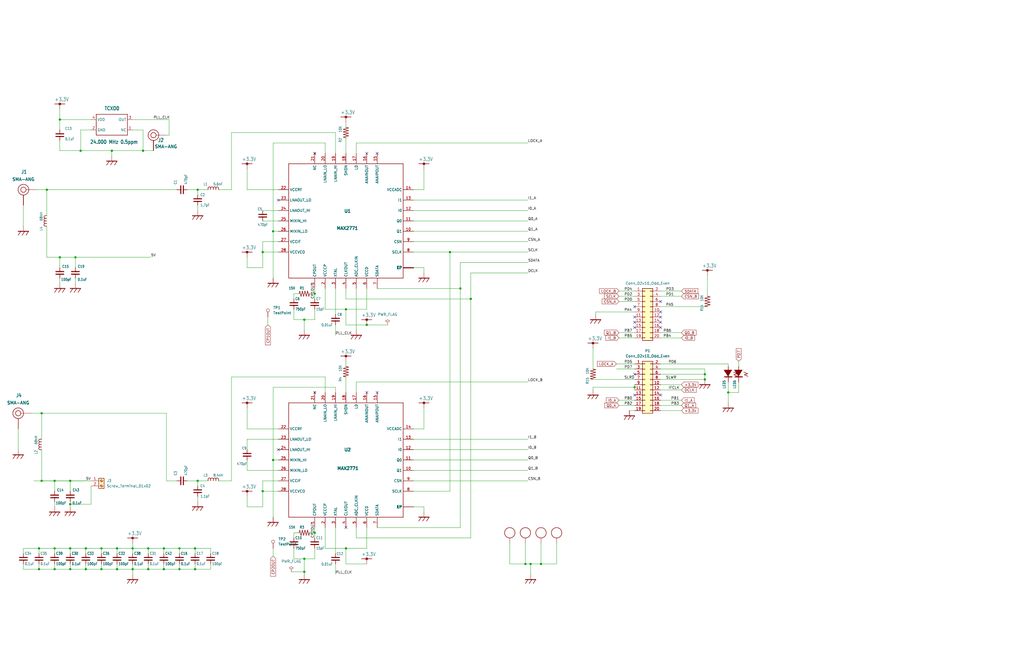
<source format=kicad_sch>
(kicad_sch (version 20231120) (generator "eeschema") (generator_version "8.0")
  (paper "User" 499.999 319.989)
  (junction (at 259.08 275.59))
  (junction (at 128.27 123.19))
  (junction (at 19.05 267.97))
  (junction (at 128.27 240.03))
  (junction (at 96.52 234.95))
  (junction (at 133.35 113.03))
  (junction (at 34.29 267.97))
  (junction (at 26.67 278.13))
  (junction (at 148.59 156.21))
  (junction (at 179.07 158.75))
  (junction (at 309.88 189.23))
  (junction (at 80.01 267.97))
  (junction (at 96.52 92.71))
  (junction (at 80.01 278.13))
  (junction (at 264.16 275.59))
  (junction (at 36.83 125.73))
  (junction (at 256.54 275.59))
  (junction (at 29.21 125.73))
  (junction (at 87.63 267.97))
  (junction (at 168.91 267.97))
  (junction (at 20.32 201.93))
  (junction (at 26.67 234.95))
  (junction (at 34.29 234.95))
  (junction (at 69.85 73.66))
  (junction (at 41.91 278.13))
  (junction (at 224.79 140.97))
  (junction (at 95.25 267.97))
  (junction (at 64.77 267.97))
  (junction (at 41.91 267.97))
  (junction (at 95.25 278.13))
  (junction (at 26.67 267.97))
  (junction (at 72.39 267.97))
  (junction (at 57.15 267.97))
  (junction (at 57.15 278.13))
  (junction (at 133.35 224.79))
  (junction (at 34.29 278.13))
  (junction (at 148.59 279.4))
  (junction (at 355.6 191.77))
  (junction (at 87.63 278.13))
  (junction (at 20.32 234.95))
  (junction (at 219.71 123.19))
  (junction (at 22.86 92.71))
  (junction (at 49.53 267.97))
  (junction (at 229.87 146.05))
  (junction (at 19.05 278.13))
  (junction (at 148.59 273.05))
  (junction (at 34.29 246.38))
  (junction (at 39.37 73.66))
  (junction (at 344.17 185.42))
  (junction (at 64.77 278.13))
  (junction (at 153.67 143.51))
  (junction (at 168.91 151.13))
  (junction (at 344.17 182.88))
  (junction (at 153.67 260.35))
  (junction (at 54.61 73.66))
  (junction (at 49.53 278.13))
  (junction (at 72.39 278.13))
  (junction (at 29.21 58.42))
  (no_connect (at 153.67 74.93))
  (no_connect (at 179.07 74.93))
  (no_connect (at 184.15 191.77))
  (no_connect (at 322.58 160.02))
  (no_connect (at 322.58 152.4))
  (no_connect (at 168.91 257.81))
  (no_connect (at 309.88 193.04))
  (no_connect (at 309.88 160.02))
  (no_connect (at 184.15 74.93))
  (no_connect (at 153.67 191.77))
  (no_connect (at 322.58 157.48))
  (no_connect (at 322.58 193.04))
  (no_connect (at 322.58 147.32))
  (no_connect (at 309.88 182.88))
  (no_connect (at 309.88 154.94))
  (no_connect (at 322.58 154.94))
  (no_connect (at 135.89 97.79))
  (no_connect (at 309.88 157.48))
  (no_connect (at 309.88 149.86))
  (no_connect (at 135.89 219.71))
  (no_connect (at 179.07 191.77))
  (wire (pts (xy 57.15 278.13) (xy 49.53 278.13)) (stroke (width 0.1524)))
  (wire (pts (xy 54.61 73.66) (xy 54.61 76.2)) (stroke (width 0.1524)))
  (wire (pts (xy 135.89 92.71) (xy 120.65 92.71)) (stroke (width 0.1524)))
  (wire (pts (xy 229.87 146.05) (xy 229.87 262.89)) (stroke (width 0.1524)))
  (wire (pts (xy 201.93 247.65) (xy 207.01 247.65)) (stroke (width 0.1524)))
  (wire (pts (xy 207.01 247.65) (xy 207.01 250.19)) (stroke (width 0.1524)))
  (wire (pts (xy 322.58 142.24) (xy 332.74 142.24)))
  (wire (pts (xy 302.26 147.32) (xy 309.88 147.32)))
  (wire (pts (xy 148.59 273.05) (xy 148.59 279.4)) (stroke (width 0.1524)))
  (wire (pts (xy 173.99 186.69) (xy 257.81 186.69)) (stroke (width 0.1524)))
  (wire (pts (xy 179.07 257.81) (xy 179.07 267.97)) (stroke (width 0.1524)))
  (wire (pts (xy 289.56 180.34) (xy 289.56 170.18)) (stroke (width 0.1524)))
  (wire (pts (xy 201.93 123.19) (xy 219.71 123.19)) (stroke (width 0.1524)))
  (wire (pts (xy 19.05 267.97) (xy 26.67 267.97)) (stroke (width 0.1524)))
  (wire (pts (xy 151.13 143.51) (xy 153.67 143.51)) (stroke (width 0.1524)))
  (wire (pts (xy 34.29 234.95) (xy 26.67 234.95)) (stroke (width 0.1524)))
  (wire (pts (xy 39.37 73.66) (xy 54.61 73.66)) (stroke (width 0.1524)))
  (wire (pts (xy 69.85 73.66) (xy 69.85 63.5)) (stroke (width 0.1524)))
  (wire (pts (xy 106.68 92.71) (xy 113.03 92.71)) (stroke (width 0.1524)))
  (wire (pts (xy 26.67 267.97) (xy 34.29 267.97)) (stroke (width 0.1524)))
  (wire (pts (xy 64.77 278.13) (xy 64.77 280.67)) (stroke (width 0.1524)))
  (wire (pts (xy 26.67 234.95) (xy 34.29 234.95)))
  (wire (pts (xy 302.26 144.78) (xy 309.88 144.78)))
  (wire (pts (xy 355.6 186.69) (xy 355.6 191.77)) (stroke (width 0.1524)))
  (wire (pts (xy 120.65 214.63) (xy 135.89 214.63)) (stroke (width 0.1524)))
  (wire (pts (xy 259.08 275.59) (xy 259.08 280.67)) (stroke (width 0.1524)))
  (wire (pts (xy 302.26 165.1) (xy 309.88 165.1)))
  (wire (pts (xy 248.92 275.59) (xy 248.92 265.43)) (stroke (width 0.1524)))
  (wire (pts (xy 120.65 247.65) (xy 128.27 247.65)) (stroke (width 0.1524)))
  (wire (pts (xy 201.93 240.03) (xy 219.71 240.03)) (stroke (width 0.1524)))
  (wire (pts (xy 133.35 113.03) (xy 133.35 69.85)) (stroke (width 0.1524)))
  (wire (pts (xy 128.27 234.95) (xy 128.27 240.03)) (stroke (width 0.1524)))
  (wire (pts (xy 322.58 200.66) (xy 332.74 200.66)))
  (wire (pts (xy 34.29 278.13) (xy 26.67 278.13)) (stroke (width 0.1524)))
  (wire (pts (xy 309.88 189.23) (xy 309.88 190.5)))
  (wire (pts (xy 219.71 240.03) (xy 219.71 123.19)) (stroke (width 0.1524)))
  (wire (pts (xy 34.29 267.97) (xy 34.29 270.51)) (stroke (width 0.1524)))
  (wire (pts (xy 224.79 128.27) (xy 224.79 140.97)) (stroke (width 0.1524)))
  (wire (pts (xy 135.89 234.95) (xy 128.27 234.95)) (stroke (width 0.1524)))
  (wire (pts (xy 34.29 278.13) (xy 41.91 278.13)) (stroke (width 0.1524)))
  (wire (pts (xy 87.63 278.13) (xy 87.63 275.59)) (stroke (width 0.1524)))
  (wire (pts (xy 87.63 267.97) (xy 95.25 267.97)) (stroke (width 0.1524)))
  (wire (pts (xy 158.75 69.85) (xy 158.75 74.93)) (stroke (width 0.1524)))
  (wire (pts (xy 264.16 275.59) (xy 264.16 265.43)) (stroke (width 0.1524)))
  (wire (pts (xy 201.93 224.79) (xy 257.81 224.79)) (stroke (width 0.1524)))
  (wire (pts (xy 26.67 234.95) (xy 26.67 240.03)) (stroke (width 0.1524)))
  (wire (pts (xy 153.67 260.35) (xy 153.67 262.89)) (stroke (width 0.1524)))
  (wire (pts (xy 219.71 123.19) (xy 257.81 123.19)) (stroke (width 0.1524)))
  (wire (pts (xy 19.05 275.59) (xy 19.05 278.13)) (stroke (width 0.1524)))
  (wire (pts (xy 87.63 278.13) (xy 95.25 278.13)) (stroke (width 0.1524)))
  (wire (pts (xy 34.29 246.38) (xy 44.45 246.38)))
  (wire (pts (xy 20.32 219.71) (xy 20.32 234.95)))
  (wire (pts (xy 201.93 92.71) (xy 207.01 92.71)) (stroke (width 0.1524)))
  (wire (pts (xy 72.39 267.97) (xy 80.01 267.97)) (stroke (width 0.1524)))
  (wire (pts (xy 153.67 140.97) (xy 153.67 143.51)) (stroke (width 0.1524)))
  (wire (pts (xy 360.68 186.69) (xy 360.68 191.77)) (stroke (width 0.1524)))
  (wire (pts (xy 179.07 158.75) (xy 189.23 158.75)) (stroke (width 0.1524)))
  (wire (pts (xy 41.91 278.13) (xy 41.91 275.59)) (stroke (width 0.1524)))
  (wire (pts (xy 179.07 140.97) (xy 179.07 151.13)) (stroke (width 0.1524)))
  (wire (pts (xy 96.52 100.33) (xy 96.52 102.87)) (stroke (width 0.1524)))
  (wire (pts (xy 44.45 63.5) (xy 39.37 63.5)) (stroke (width 0.1524)))
  (wire (pts (xy 289.56 189.23) (xy 309.88 189.23)))
  (wire (pts (xy 322.58 198.12) (xy 332.74 198.12)))
  (wire (pts (xy 34.29 234.95) (xy 44.45 234.95)) (stroke (width 0.1524)))
  (wire (pts (xy 229.87 133.35) (xy 257.81 133.35)) (stroke (width 0.1524)))
  (wire (pts (xy 95.25 278.13) (xy 95.25 275.59)) (stroke (width 0.1524)))
  (wire (pts (xy 163.83 189.23) (xy 163.83 191.77)) (stroke (width 0.1524)))
  (wire (pts (xy 19.05 278.13) (xy 11.43 278.13)) (stroke (width 0.1524)))
  (wire (pts (xy 173.99 262.89) (xy 229.87 262.89)) (stroke (width 0.1524)))
  (wire (pts (xy 120.65 125.73) (xy 120.65 130.81)) (stroke (width 0.1524)))
  (wire (pts (xy 300.99 180.34) (xy 309.88 180.34)))
  (wire (pts (xy 72.39 267.97) (xy 72.39 270.51)) (stroke (width 0.1524)))
  (wire (pts (xy 49.53 267.97) (xy 57.15 267.97)) (stroke (width 0.1524)))
  (wire (pts (xy 36.83 125.73) (xy 48.26 125.73)) (stroke (width 0.1524)))
  (wire (pts (xy 201.93 209.55) (xy 207.01 209.55)) (stroke (width 0.1524)))
  (wire (pts (xy 143.51 267.97) (xy 143.51 273.05)) (stroke (width 0.1524)))
  (wire (pts (xy 102.87 267.97) (xy 102.87 270.51)) (stroke (width 0.1524)))
  (wire (pts (xy 113.03 64.77) (xy 163.83 64.77)) (stroke (width 0.1524)))
  (wire (pts (xy 64.77 265.43) (xy 64.77 267.97)) (stroke (width 0.1524)))
  (wire (pts (xy 54.61 73.66) (xy 69.85 73.66)) (stroke (width 0.1524)))
  (wire (pts (xy 173.99 257.81) (xy 173.99 262.89)) (stroke (width 0.1524)))
  (wire (pts (xy 201.93 214.63) (xy 257.81 214.63)) (stroke (width 0.1524)))
  (wire (pts (xy 322.58 187.96) (xy 332.74 187.96)))
  (wire (pts (xy 20.32 234.95) (xy 26.67 234.95)))
  (wire (pts (xy 143.51 143.51) (xy 143.51 146.05)) (stroke (width 0.1524)))
  (wire (pts (xy 135.89 107.95) (xy 128.27 107.95)) (stroke (width 0.1524)))
  (wire (pts (xy 20.32 201.93) (xy 81.28 201.93)) (stroke (width 0.1524)))
  (wire (pts (xy 135.89 102.87) (xy 128.27 102.87)) (stroke (width 0.1524)))
  (wire (pts (xy 355.6 191.77) (xy 360.68 191.77)) (stroke (width 0.1524)))
  (wire (pts (xy 307.34 200.66) (xy 309.88 200.66)))
  (wire (pts (xy 179.07 151.13) (xy 168.91 151.13)) (stroke (width 0.1524)))
  (wire (pts (xy 146.05 260.35) (xy 143.51 260.35)) (stroke (width 0.1524)))
  (wire (pts (xy 41.91 278.13) (xy 49.53 278.13)) (stroke (width 0.1524)))
  (wire (pts (xy 120.65 219.71) (xy 120.65 214.63)) (stroke (width 0.1524)))
  (wire (pts (xy 41.91 267.97) (xy 49.53 267.97)) (stroke (width 0.1524)))
  (wire (pts (xy 95.25 278.13) (xy 102.87 278.13)) (stroke (width 0.1524)))
  (wire (pts (xy 163.83 140.97) (xy 163.83 153.67)) (stroke (width 0.1524)))
  (wire (pts (xy 11.43 275.59) (xy 11.43 278.13)) (stroke (width 0.1524)))
  (wire (pts (xy 173.99 74.93) (xy 173.99 69.85)) (stroke (width 0.1524)))
  (wire (pts (xy 302.26 142.24) (xy 309.88 142.24)))
  (wire (pts (xy 289.56 189.23) (xy 289.56 190.5)))
  (wire (pts (xy 29.21 135.89) (xy 29.21 138.43)) (stroke (width 0.1524)))
  (wire (pts (xy 96.52 242.57) (xy 96.52 245.11)) (stroke (width 0.1524)))
  (wire (pts (xy 153.67 273.05) (xy 153.67 267.97)) (stroke (width 0.1524)))
  (wire (pts (xy 168.91 146.05) (xy 229.87 146.05)) (stroke (width 0.1524)))
  (wire (pts (xy 133.35 224.79) (xy 133.35 252.73)) (stroke (width 0.1524)))
  (wire (pts (xy 102.87 278.13) (xy 102.87 275.59)) (stroke (width 0.1524)))
  (wire (pts (xy 224.79 140.97) (xy 224.79 257.81)) (stroke (width 0.1524)))
  (wire (pts (xy 322.58 190.5) (xy 332.74 190.5)))
  (wire (pts (xy 74.93 58.42) (xy 82.55 58.42)))
  (wire (pts (xy 34.29 245.11) (xy 34.29 246.38)))
  (wire (pts (xy 207.01 92.71) (xy 207.01 82.55)) (stroke (width 0.1524)))
  (wire (pts (xy 148.59 273.05) (xy 153.67 273.05)) (stroke (width 0.1524)))
  (wire (pts (xy 146.05 143.51) (xy 143.51 143.51)) (stroke (width 0.1524)))
  (wire (pts (xy 322.58 165.1) (xy 332.74 165.1)))
  (wire (pts (xy 81.28 201.93) (xy 81.28 234.95)) (stroke (width 0.1524)))
  (wire (pts (xy 64.77 267.97) (xy 64.77 270.51)) (stroke (width 0.1524)))
  (wire (pts (xy 49.53 270.51) (xy 49.53 267.97)) (stroke (width 0.1524)))
  (wire (pts (xy 57.15 275.59) (xy 57.15 278.13)) (stroke (width 0.1524)))
  (wire (pts (xy 80.01 267.97) (xy 80.01 270.51)) (stroke (width 0.1524)))
  (wire (pts (xy 153.67 143.51) (xy 153.67 146.05)) (stroke (width 0.1524)))
  (wire (pts (xy 20.32 234.95) (xy 16.51 234.95)) (stroke (width 0.1524)))
  (wire (pts (xy 322.58 180.34) (xy 344.17 180.34)))
  (wire (pts (xy 300.99 177.8) (xy 309.88 177.8)))
  (wire (pts (xy 34.29 246.38) (xy 34.29 247.65)))
  (wire (pts (xy 113.03 184.15) (xy 158.75 184.15)) (stroke (width 0.1524)))
  (wire (pts (xy 201.93 113.03) (xy 257.81 113.03)) (stroke (width 0.1524)))
  (wire (pts (xy 29.21 125.73) (xy 29.21 130.81)) (stroke (width 0.1524)))
  (wire (pts (xy 57.15 267.97) (xy 64.77 267.97)) (stroke (width 0.1524)))
  (wire (pts (xy 69.85 63.5) (xy 64.77 63.5)) (stroke (width 0.1524)))
  (wire (pts (xy 256.54 275.59) (xy 259.08 275.59)) (stroke (width 0.1524)))
  (wire (pts (xy 271.78 275.59) (xy 271.78 265.43)) (stroke (width 0.1524)))
  (wire (pts (xy 95.25 267.97) (xy 102.87 267.97)) (stroke (width 0.1524)))
  (wire (pts (xy 168.91 151.13) (xy 168.91 158.75)) (stroke (width 0.1524)))
  (wire (pts (xy 290.83 152.4) (xy 290.83 153.67)))
  (wire (pts (xy 133.35 69.85) (xy 158.75 69.85)) (stroke (width 0.1524)))
  (wire (pts (xy 69.85 73.66) (xy 74.93 73.66)) (stroke (width 0.1524)))
  (wire (pts (xy 11.43 270.51) (xy 11.43 267.97)) (stroke (width 0.1524)))
  (wire (pts (xy 135.89 209.55) (xy 120.65 209.55)) (stroke (width 0.1524)))
  (wire (pts (xy 135.89 118.11) (xy 128.27 118.11)) (stroke (width 0.1524)))
  (wire (pts (xy 64.77 278.13) (xy 72.39 278.13)) (stroke (width 0.1524)))
  (wire (pts (xy 151.13 260.35) (xy 153.67 260.35)) (stroke (width 0.1524)))
  (wire (pts (xy 201.93 102.87) (xy 257.81 102.87)) (stroke (width 0.1524)))
  (wire (pts (xy 133.35 135.89) (xy 133.35 113.03)) (stroke (width 0.1524)))
  (wire (pts (xy 302.26 195.58) (xy 309.88 195.58)))
  (wire (pts (xy 168.91 176.53) (xy 168.91 179.07)) (stroke (width 0.1524)))
  (wire (pts (xy 158.75 184.15) (xy 158.75 191.77)) (stroke (width 0.1524)))
  (wire (pts (xy 264.16 275.59) (xy 271.78 275.59)) (stroke (width 0.1524)))
  (wire (pts (xy 224.79 128.27) (xy 257.81 128.27)) (stroke (width 0.1524)))
  (wire (pts (xy 322.58 177.8) (xy 355.6 177.8)))
  (wire (pts (xy 106.68 234.95) (xy 113.03 234.95)) (stroke (width 0.1524)))
  (wire (pts (xy 135.89 229.87) (xy 120.65 229.87)) (stroke (width 0.1524)))
  (wire (pts (xy 34.29 267.97) (xy 41.91 267.97)) (stroke (width 0.1524)))
  (wire (pts (xy 72.39 278.13) (xy 80.01 278.13)) (stroke (width 0.1524)))
  (wire (pts (xy 173.99 140.97) (xy 173.99 161.29)) (stroke (width 0.1524)))
  (wire (pts (xy 163.83 257.81) (xy 163.83 270.51)) (stroke (width 0.1524)))
  (wire (pts (xy 113.03 92.71) (xy 113.03 64.77)) (stroke (width 0.1524)))
  (wire (pts (xy 64.77 275.59) (xy 64.77 278.13)) (stroke (width 0.1524)))
  (wire (pts (xy 72.39 278.13) (xy 72.39 275.59)) (stroke (width 0.1524)))
  (wire (pts (xy 39.37 73.66) (xy 29.21 73.66)) (stroke (width 0.1524)))
  (wire (pts (xy 34.29 234.95) (xy 41.91 234.95)))
  (wire (pts (xy 20.32 201.93) (xy 20.32 214.63)) (stroke (width 0.1524)))
  (wire (pts (xy 143.51 273.05) (xy 148.59 273.05)) (stroke (width 0.1524)))
  (wire (pts (xy 44.45 58.42) (xy 29.21 58.42)) (stroke (width 0.1524)))
  (wire (pts (xy 201.93 97.79) (xy 257.81 97.79)) (stroke (width 0.1524)))
  (wire (pts (xy 168.91 267.97) (xy 168.91 275.59)) (stroke (width 0.1524)))
  (wire (pts (xy 229.87 146.05) (xy 229.87 133.35)) (stroke (width 0.1524)))
  (wire (pts (xy 302.26 198.12) (xy 309.88 198.12)))
  (wire (pts (xy 29.21 73.66) (xy 29.21 68.58)) (stroke (width 0.1524)))
  (wire (pts (xy 22.86 92.71) (xy 22.86 105.41)) (stroke (width 0.1524)))
  (wire (pts (xy 148.59 156.21) (xy 153.67 156.21)) (stroke (width 0.1524)))
  (wire (pts (xy 143.51 151.13) (xy 143.51 156.21)) (stroke (width 0.1524)))
  (wire (pts (xy 96.52 234.95) (xy 101.6 234.95)) (stroke (width 0.1524)))
  (wire (pts (xy 130.81 154.94) (xy 130.81 158.75)))
  (wire (pts (xy 29.21 125.73) (xy 36.83 125.73)) (stroke (width 0.1524)))
  (wire (pts (xy 15.24 201.93) (xy 20.32 201.93)) (stroke (width 0.1524)))
  (wire (pts (xy 322.58 162.56) (xy 332.74 162.56)))
  (wire (pts (xy 158.75 140.97) (xy 158.75 151.13)) (stroke (width 0.1524)))
  (wire (pts (xy 135.89 123.19) (xy 128.27 123.19)) (stroke (width 0.1524)))
  (wire (pts (xy 34.29 234.95) (xy 34.29 240.03)) (stroke (width 0.1524)))
  (wire (pts (xy 158.75 257.81) (xy 158.75 267.97)) (stroke (width 0.1524)))
  (wire (pts (xy 26.67 270.51) (xy 26.67 267.97)) (stroke (width 0.1524)))
  (wire (pts (xy 95.25 267.97) (xy 95.25 270.51)) (stroke (width 0.1524)))
  (wire (pts (xy 355.6 191.77) (xy 355.6 196.85)) (stroke (width 0.1524)))
  (wire (pts (xy 133.35 113.03) (xy 135.89 113.03)) (stroke (width 0.1524)))
  (wire (pts (xy 201.93 229.87) (xy 257.81 229.87)) (stroke (width 0.1524)))
  (wire (pts (xy 163.83 64.77) (xy 163.83 74.93)) (stroke (width 0.1524)))
  (wire (pts (xy 309.88 187.96) (xy 309.88 189.23)))
  (wire (pts (xy 184.15 257.81) (xy 224.79 257.81)) (stroke (width 0.1524)))
  (wire (pts (xy 22.86 125.73) (xy 29.21 125.73)))
  (wire (pts (xy 322.58 149.86) (xy 345.44 149.86)))
  (wire (pts (xy 322.58 185.42) (xy 344.17 185.42)))
  (wire (pts (xy 133.35 224.79) (xy 133.35 189.23)) (stroke (width 0.1524)))
  (wire (pts (xy 168.91 140.97) (xy 168.91 146.05)) (stroke (width 0.1524)))
  (wire (pts (xy 49.53 275.59) (xy 49.53 278.13)) (stroke (width 0.1524)))
  (wire (pts (xy 344.17 180.34) (xy 344.17 182.88)))
  (wire (pts (xy 135.89 224.79) (xy 133.35 224.79)) (stroke (width 0.1524)))
  (wire (pts (xy 168.91 59.69) (xy 168.91 62.23)) (stroke (width 0.1524)))
  (wire (pts (xy 64.77 267.97) (xy 72.39 267.97)) (stroke (width 0.1524)))
  (wire (pts (xy 168.91 275.59) (xy 179.07 275.59)) (stroke (width 0.1524)))
  (wire (pts (xy 259.08 275.59) (xy 264.16 275.59)) (stroke (width 0.1524)))
  (wire (pts (xy 80.01 267.97) (xy 87.63 267.97)) (stroke (width 0.1524)))
  (wire (pts (xy 148.59 156.21) (xy 148.59 161.29)) (stroke (width 0.1524)))
  (wire (pts (xy 248.92 275.59) (xy 256.54 275.59)) (stroke (width 0.1524)))
  (wire (pts (xy 184.15 140.97) (xy 224.79 140.97)) (stroke (width 0.1524)))
  (wire (pts (xy 153.67 156.21) (xy 153.67 151.13)) (stroke (width 0.1524)))
  (wire (pts (xy 26.67 275.59) (xy 26.67 278.13)) (stroke (width 0.1524)))
  (wire (pts (xy 41.91 267.97) (xy 41.91 270.51)) (stroke (width 0.1524)))
  (wire (pts (xy 128.27 118.11) (xy 128.27 123.19)) (stroke (width 0.1524)))
  (wire (pts (xy 290.83 152.4) (xy 309.88 152.4)))
  (wire (pts (xy 11.43 100.33) (xy 11.43 110.49)) (stroke (width 0.1524)))
  (wire (pts (xy 80.01 278.13) (xy 80.01 275.59)) (stroke (width 0.1524)))
  (wire (pts (xy 168.91 67.31) (xy 168.91 74.93)) (stroke (width 0.1524)))
  (wire (pts (xy 142.24 279.4) (xy 148.59 279.4)))
  (wire (pts (xy 168.91 151.13) (xy 158.75 151.13)) (stroke (width 0.1524)))
  (wire (pts (xy 207.01 130.81) (xy 207.01 133.35)) (stroke (width 0.1524)))
  (wire (pts (xy 133.35 189.23) (xy 163.83 189.23)) (stroke (width 0.1524)))
  (wire (pts (xy 64.77 58.42) (xy 74.93 58.42)) (stroke (width 0.1524)))
  (wire (pts (xy 36.83 125.73) (xy 36.83 130.81)) (stroke (width 0.1524)))
  (wire (pts (xy 302.26 162.56) (xy 309.88 162.56)))
  (wire (pts (xy 57.15 270.51) (xy 57.15 267.97)) (stroke (width 0.1524)))
  (wire (pts (xy 344.17 182.88) (xy 344.17 185.42)))
  (wire (pts (xy 120.65 209.55) (xy 120.65 199.39)) (stroke (width 0.1524)))
  (wire (pts (xy 163.83 158.75) (xy 163.83 163.83)) (stroke (width 0.1524)))
  (wire (pts (xy 355.6 177.8) (xy 355.6 179.07)) (stroke (width 0.1524)))
  (wire (pts (xy 173.99 191.77) (xy 173.99 186.69)) (stroke (width 0.1524)))
  (wire (pts (xy 29.21 58.42) (xy 29.21 63.5)) (stroke (width 0.1524)))
  (wire (pts (xy 201.93 118.11) (xy 257.81 118.11)) (stroke (width 0.1524)))
  (wire (pts (xy 34.29 275.59) (xy 34.29 278.13)) (stroke (width 0.1524)))
  (wire (pts (xy 96.52 92.71) (xy 96.52 95.25)) (stroke (width 0.1524)))
  (wire (pts (xy 128.27 240.03) (xy 128.27 247.65)) (stroke (width 0.1524)))
  (wire (pts (xy 29.21 53.34) (xy 29.21 58.42)) (stroke (width 0.1524)))
  (wire (pts (xy 81.28 66.04) (xy 82.55 66.04)))
  (wire (pts (xy 22.86 110.49) (xy 22.86 125.73)))
  (wire (pts (xy 113.03 234.95) (xy 113.03 184.15)) (stroke (width 0.1524)))
  (wire (pts (xy 39.37 63.5) (xy 39.37 73.66)) (stroke (width 0.1524)))
  (wire (pts (xy 322.58 195.58) (xy 332.74 195.58)))
  (wire (pts (xy 173.99 69.85) (xy 257.81 69.85)) (stroke (width 0.1524)))
  (wire (pts (xy 44.45 246.38) (xy 44.45 237.49)))
  (wire (pts (xy 256.54 275.59) (xy 256.54 265.43)) (stroke (width 0.1524)))
  (wire (pts (xy 82.55 66.04) (xy 82.55 58.42)))
  (wire (pts (xy 201.93 219.71) (xy 257.81 219.71)) (stroke (width 0.1524)))
  (wire (pts (xy 96.52 92.71) (xy 101.6 92.71)) (stroke (width 0.1524)))
  (wire (pts (xy 91.44 234.95) (xy 96.52 234.95)) (stroke (width 0.1524)))
  (wire (pts (xy 168.91 267.97) (xy 158.75 267.97)) (stroke (width 0.1524)))
  (wire (pts (xy 345.44 144.78) (xy 345.44 134.62)) (stroke (width 0.1524)))
  (wire (pts (xy 207.01 209.55) (xy 207.01 199.39)) (stroke (width 0.1524)))
  (wire (pts (xy 201.93 130.81) (xy 207.01 130.81)) (stroke (width 0.1524)))
  (wire (pts (xy 120.65 229.87) (xy 120.65 224.79)) (stroke (width 0.1524)))
  (wire (pts (xy 168.91 158.75) (xy 179.07 158.75)) (stroke (width 0.1524)))
  (wire (pts (xy 133.35 267.97) (xy 133.35 271.78)))
  (wire (pts (xy 22.86 92.71) (xy 86.36 92.71)) (stroke (width 0.1524)))
  (wire (pts (xy 11.43 267.97) (xy 19.05 267.97)) (stroke (width 0.1524)))
  (wire (pts (xy 153.67 257.81) (xy 153.67 260.35)) (stroke (width 0.1524)))
  (wire (pts (xy 36.83 135.89) (xy 36.83 138.43)))
  (wire (pts (xy 17.78 92.71) (xy 22.86 92.71)) (stroke (width 0.1524)))
  (wire (pts (xy 48.26 125.73) (xy 73.66 125.73)))
  (wire (pts (xy 26.67 234.95) (xy 20.32 234.95)) (stroke (width 0.1524)))
  (wire (pts (xy 8.89 209.55) (xy 8.89 219.71)) (stroke (width 0.1524)))
  (wire (pts (xy 201.93 234.95) (xy 257.81 234.95)) (stroke (width 0.1524)))
  (wire (pts (xy 143.51 156.21) (xy 148.59 156.21)) (stroke (width 0.1524)))
  (wire (pts (xy 26.67 278.13) (xy 19.05 278.13)) (stroke (width 0.1524)))
  (wire (pts (xy 19.05 270.51) (xy 19.05 267.97)) (stroke (width 0.1524)))
  (wire (pts (xy 120.65 242.57) (xy 120.65 247.65)) (stroke (width 0.1524)))
  (wire (pts (xy 120.65 92.71) (xy 120.65 82.55)) (stroke (width 0.1524)))
  (wire (pts (xy 289.56 185.42) (xy 309.88 185.42)))
  (wire (pts (xy 120.65 130.81) (xy 128.27 130.81)) (stroke (width 0.1524)))
  (wire (pts (xy 80.01 278.13) (xy 87.63 278.13)) (stroke (width 0.1524)))
  (wire (pts (xy 322.58 144.78) (xy 332.74 144.78)))
  (wire (pts (xy 360.68 176.53) (xy 360.68 179.07)) (stroke (width 0.1524)))
  (wire (pts (xy 26.67 245.11) (xy 26.67 247.65)) (stroke (width 0.1524)))
  (wire (pts (xy 91.44 92.71) (xy 96.52 92.71)) (stroke (width 0.1524)))
  (wire (pts (xy 143.51 260.35) (xy 143.51 262.89)) (stroke (width 0.1524)))
  (wire (pts (xy 135.89 240.03) (xy 128.27 240.03)) (stroke (width 0.1524)))
  (wire (pts (xy 64.77 278.13) (xy 57.15 278.13)) (stroke (width 0.1524)))
  (wire (pts (xy 322.58 182.88) (xy 344.17 182.88)))
  (wire (pts (xy 201.93 107.95) (xy 257.81 107.95)) (stroke (width 0.1524)))
  (wire (pts (xy 148.59 279.4) (xy 148.59 280.67)) (stroke (width 0.1524)))
  (wire (pts (xy 163.83 275.59) (xy 163.83 280.67)) (stroke (width 0.1524)))
  (wire (pts (xy 128.27 123.19) (xy 128.27 130.81)) (stroke (width 0.1524)))
  (wire (pts (xy 87.63 267.97) (xy 87.63 270.51)) (stroke (width 0.1524)))
  (wire (pts (xy 81.28 234.95) (xy 86.36 234.95)) (stroke (width 0.1524)))
  (wire (pts (xy 96.52 234.95) (xy 96.52 237.49)) (stroke (width 0.1524)))
  (wire (pts (xy 168.91 184.15) (xy 168.91 191.77)) (stroke (width 0.1524)))
  (wire (pts (xy 179.07 267.97) (xy 168.91 267.97)) (stroke (width 0.1524)))
  (label "PD4" (at 304.8 142.24 0))
  (label "PLL_CLK" (at 163.83 280.67 0))
  (label "PA4" (at 304.8 152.4 0))
  (label "CSN_B" (at 257.81 234.95 0) (effects (font (size 1.2446 1.2446))))
  (label "Q1_A" (at 257.81 113.03 0) (effects (font (size 1.2446 1.2446))))
  (label "PB2" (at 304.8 198.12 0))
  (label "I1_A" (at 257.81 97.79 0) (effects (font (size 1.2446 1.2446))))
  (label "PD2" (at 304.8 144.78 0))
  (label "PD7" (at 304.8 180.34 0))
  (label "PLL_CLK" (at 163.83 163.83 0))
  (label "5V" (at 73.66 125.73 0))
  (label "PB4" (at 323.85 165.1 0))
  (label "PB7" (at 304.8 162.56 0))
  (label "PD3" (at 325.12 142.24 0))
  (label "Q0_A" (at 257.81 107.95 0) (effects (font (size 1.2446 1.2446))))
  (label "IFCLK" (at 326.39 190.5 0))
  (label "CP1OUT" (at 153.67 146.05 90))
  (label "SLRD" (at 304.8 185.42 0))
  (label "SLWR" (at 325.12 185.42 0))
  (label "I1_B" (at 257.81 214.63 0) (effects (font (size 1.2446 1.2446))))
  (label "I0_A" (at 257.81 102.87 0) (effects (font (size 1.2446 1.2446))))
  (label "DCLK" (at 257.81 133.35 0) (effects (font (size 1.2446 1.2446))))
  (label "PLL_CLK" (at 74.93 58.42 0))
  (label "Q1_B" (at 257.81 229.87 0) (effects (font (size 1.2446 1.2446))))
  (label "PB1" (at 327.66 195.58 0))
  (label "CP2OUT" (at 153.67 262.89 90))
  (label "LOCK_B" (at 257.81 186.69 0) (effects (font (size 1.2446 1.2446))))
  (label "SDATA" (at 257.81 128.27 0) (effects (font (size 1.2446 1.2446))))
  (label "SCLK" (at 257.81 123.19 0) (effects (font (size 1.2446 1.2446))))
  (label "Q0_B" (at 257.81 224.79 0) (effects (font (size 1.2446 1.2446))))
  (label "PD0" (at 304.8 147.32 0))
  (label "PA5" (at 325.12 149.86 0))
  (label "PD5" (at 304.8 177.8 0))
  (label "CSN_A" (at 257.81 118.11 0) (effects (font (size 1.2446 1.2446))))
  (label "PD6" (at 326.39 177.8 0))
  (label "PB6" (at 323.85 162.56 0))
  (label "I0_B" (at 257.81 219.71 0) (effects (font (size 1.2446 1.2446))))
  (label "PD1" (at 325.12 144.78 0))
  (label "PB3" (at 327.66 198.12 0))
  (label "LOCK_A" (at 257.81 69.85 0) (effects (font (size 1.2446 1.2446))))
  (label "PB0" (at 304.8 195.58 0))
  (label "5V" (at 41.91 234.95 0))
  (label "PB5" (at 304.8 165.1 0))
  (global_label "PD7" (shape input) (at 360.68 176.53 90) (property "Intersheetrefs" "${INTERSHEET_REFS}" (effects (hide yes))))
  (global_label "SDATA" (shape input) (at 332.74 142.24 0) (property "Intersheetrefs" "${INTERSHEET_REFS}" (effects (hide yes))))
  (global_label "LOCK_B" (shape input) (at 302.26 142.24 180) (property "Intersheetrefs" "${INTERSHEET_REFS}" (effects (hide yes))))
  (global_label "SCLK" (shape input) (at 302.26 144.78 180) (property "Intersheetrefs" "${INTERSHEET_REFS}" (effects (hide yes))))
  (global_label "+3.3V" (shape input) (at 332.74 187.96 0) (property "Intersheetrefs" "${INTERSHEET_REFS}" (effects (hide yes))))
  (global_label "+3.3V" (shape input) (at 332.74 200.66 0) (property "Intersheetrefs" "${INTERSHEET_REFS}" (effects (hide yes))))
  (global_label "CSN_A" (shape input) (at 302.26 147.32 180) (property "Intersheetrefs" "${INTERSHEET_REFS}" (effects (hide yes))))
  (global_label "I1_B" (shape input) (at 302.26 165.1 180) (property "Intersheetrefs" "${INTERSHEET_REFS}" (effects (hide yes))))
  (global_label "CP1OUT" (shape input) (at 130.81 158.75 270) (property "Intersheetrefs" "${INTERSHEET_REFS}" (effects (hide yes))))
  (global_label "Q1_B" (shape input) (at 302.26 162.56 180) (property "Intersheetrefs" "${INTERSHEET_REFS}" (effects (hide yes))))
  (global_label "DCLK" (shape input) (at 332.74 190.5 0) (property "Intersheetrefs" "${INTERSHEET_REFS}" (effects (hide yes))))
  (global_label "I1_A" (shape input) (at 332.74 195.58 0) (property "Intersheetrefs" "${INTERSHEET_REFS}" (effects (hide yes))))
  (global_label "I0_B" (shape input) (at 332.74 165.1 0) (property "Intersheetrefs" "${INTERSHEET_REFS}" (effects (hide yes))))
  (global_label "Q1_A" (shape input) (at 332.74 198.12 0) (property "Intersheetrefs" "${INTERSHEET_REFS}" (effects (hide yes))))
  (global_label "CSN_B" (shape input) (at 332.74 144.78 0) (property "Intersheetrefs" "${INTERSHEET_REFS}" (effects (hide yes))))
  (global_label "LOCK_A" (shape input) (at 300.99 177.8 180) (property "Intersheetrefs" "${INTERSHEET_REFS}" (effects (hide yes))))
  (global_label "Q0_A" (shape input) (at 302.26 198.12 180) (property "Intersheetrefs" "${INTERSHEET_REFS}" (effects (hide yes))))
  (global_label "Q0_B" (shape input) (at 332.74 162.56 0) (property "Intersheetrefs" "${INTERSHEET_REFS}" (effects (hide yes))))
  (global_label "CP2OUT" (shape input) (at 133.35 271.78 270) (property "Intersheetrefs" "${INTERSHEET_REFS}" (effects (hide yes))))
  (global_label "I0_A" (shape input) (at 302.26 195.58 180) (property "Intersheetrefs" "${INTERSHEET_REFS}" (effects (hide yes))))
  (symbol (lib_id "pocket_sdr_v2.3-eagle-import:R1005") (at 345.44 147.32 90) (unit 1)
    (property "Reference" "R14" (at 343.408 152.146 0) (effects (font (size 1.27 1.0795)) (justify left bottom)))
    (property "Value" "10K" (at 343.408 147.32 0) (effects (font (size 1.27 1.0795)) (justify left bottom)))
    (property "Footprint" "pocket_sdr_v2.3:C1005" (effects (hide yes)))
  )
  (symbol (lib_id "pocket_sdr_v2.3-eagle-import:C1005") (at 143.51 265.43 0) (unit 1)
    (property "Reference" "C10" (at 144.145 263.525 0) (effects (font (size 1.27 1.0795)) (justify left bottom)))
    (property "Value" "750pF" (at 144.145 268.605 0) (effects (font (size 1.27 1.0795)) (justify left bottom)))
    (property "Footprint" "pocket_sdr_v2.3:C1005" (effects (hide yes)))
  )
  (symbol (lib_id "pocket_sdr_v2.3-eagle-import:GND") (at 207.01 250.19 0) (unit 1)
    (property "Reference" "#U$041" (effects (hide yes)))
    (property "Value" "GND" (effects (hide yes)))
  )
  (symbol (lib_id "pocket_sdr_v2.3-eagle-import:CPAD_2.2MM") (at 248.92 260.35 90) (unit 1)
    (property "Reference" "#PAD01" (effects (hide yes)))
    (property "Value" "CPAD_2.2MM" (effects (hide yes)))
    (property "Footprint" "pocket_sdr_v2.3:CPAD_2.2MM" (effects (hide yes)))
  )
  (symbol (lib_id "pocket_sdr_v2.3-eagle-import:C1005") (at 88.9 92.71 90) (unit 1)
    (property "Reference" "C1" (at 86.36 90.17 0) (effects (font (size 1.27 1.0795)) (justify left bottom)))
    (property "Value" "470pF" (at 91.44 90.17 0) (effects (font (size 1.27 1.0795)) (justify left bottom)))
    (property "Footprint" "pocket_sdr_v2.3:C1005" (effects (hide yes)))
  )
  (symbol (lib_id "pocket_sdr_v2.3-eagle-import:C1005") (at 153.67 265.43 0) (unit 1)
    (property "Reference" "C11" (at 154.305 263.525 0) (effects (font (size 1.27 1.0795)) (justify left bottom)))
    (property "Value" "15pF" (at 154.305 268.605 0) (effects (font (size 1.27 1.0795)) (justify left bottom)))
    (property "Footprint" "pocket_sdr_v2.3:C1005" (effects (hide yes)))
  )
  (symbol (lib_id "pocket_sdr_v2.3-eagle-import:R1005") (at 289.56 182.88 90) (unit 1)
    (property "Reference" "R15" (at 287.528 187.706 0) (effects (font (size 1.27 1.0795)) (justify left bottom)))
    (property "Value" "10K" (at 287.528 182.88 0) (effects (font (size 1.27 1.0795)) (justify left bottom)))
    (property "Footprint" "pocket_sdr_v2.3:C1005" (effects (hide yes)))
  )
  (symbol (lib_id "pocket_sdr_v2.3-eagle-import:+3.3V") (at 207.01 80.01 0) (unit 1)
    (property "Reference" "#U$013" (effects (hide yes)))
    (property "Value" "+3.3V" (at 204.47 78.74 0) (effects (font (size 1.778 1.5113)) (justify left bottom)))
  )
  (symbol (lib_id "Connector:TestPoint") (at 133.35 267.97 0) (unit 1)
    (property "Reference" "TP2" (at 135.89 263.3979 0) (effects (justify left)))
    (property "Value" "TestPoint" (at 135.89 265.9379 0) (effects (justify left)))
    (property "Footprint" "TestPoint:TestPoint_Pad_2.0x2.0mm" (effects (hide yes)))
    (property "Description" "test point" (effects (hide yes)))
  )
  (symbol (lib_id "pocket_sdr_v2.3-eagle-import:CPAD_2.2MM") (at 256.54 260.35 90) (unit 1)
    (property "Reference" "#PAD02" (effects (hide yes)))
    (property "Value" "CPAD_2.2MM" (effects (hide yes)))
    (property "Footprint" "pocket_sdr_v2.3:CPAD_2.2MM" (effects (hide yes)))
  )
  (symbol (lib_id "pocket_sdr_v2.3-eagle-import:GND") (at 148.59 161.29 0) (unit 1)
    (property "Reference" "#U$011" (effects (hide yes)))
    (property "Value" "GND" (effects (hide yes)))
  )
  (symbol (lib_id "pocket_sdr_v2.3-eagle-import:C1005") (at 163.83 273.05 180) (unit 1)
    (property "Reference" "C12" (at 167.64 269.875 0) (effects (font (size 1.27 1.0795)) (justify left bottom)))
    (property "Value" "0.01uF" (at 162.56 274.955 0) (effects (font (size 1.27 1.0795)) (justify left bottom)))
    (property "Footprint" "pocket_sdr_v2.3:C1005" (effects (hide yes)))
  )
  (symbol (lib_id "pocket_sdr_v2.3-eagle-import:C1005") (at 143.51 148.59 0) (unit 1)
    (property "Reference" "C6" (at 144.145 146.685 0) (effects (font (size 1.27 1.0795)) (justify left bottom)))
    (property "Value" "750pF" (at 144.145 151.765 0) (effects (font (size 1.27 1.0795)) (justify left bottom)))
    (property "Footprint" "pocket_sdr_v2.3:C1005" (effects (hide yes)))
  )
  (symbol (lib_id "pocket_sdr_v2.3-eagle-import:C1005") (at 26.67 242.57 180) (unit 1)
    (property "Reference" "C14" (at 31.115 238.76 0) (effects (font (size 1.27 1.0795)) (justify left bottom)))
    (property "Value" "100pF" (at 32.385 245.11 0) (effects (font (size 1.27 1.0795)) (justify left bottom)))
    (property "Footprint" "pocket_sdr_v2.3:C1005" (effects (hide yes)))
  )
  (symbol (lib_id "pocket_sdr_v2.3-eagle-import:L1608") (at 22.86 107.95 90) (unit 1)
    (property "Reference" "L4" (at 20.828 112.776 0) (effects (font (size 1.27 1.0795)) (justify left bottom)))
    (property "Value" "68nH" (at 20.828 107.95 0) (effects (font (size 1.27 1.0795)) (justify left bottom)))
    (property "Footprint" "pocket_sdr_v2.3:C1608" (effects (hide yes)))
  )
  (symbol (lib_id "pocket_sdr_v2.3-eagle-import:GND") (at 133.35 252.73 0) (unit 1)
    (property "Reference" "#U$036" (effects (hide yes)))
    (property "Value" "GND" (effects (hide yes)))
  )
  (symbol (lib_id "pocket_sdr_v2.3-eagle-import:SMA-ANG") (at 8.89 201.93 0) (unit 1)
    (property "Reference" "J4" (at 7.62 194.31 0) (effects (font (size 1.778 1.5113) (bold yes)) (justify left bottom)))
    (property "Value" "SMA-ANG" (at 8.89 196.85 0) (effects (font (size 1.5113 1.5113) (bold yes))))
    (property "Footprint" "pocket_sdr_v2.3:SMA-ANG" (effects (hide yes)))
  )
  (symbol (lib_id "pocket_sdr_v2.3-eagle-import:C1005") (at 41.91 273.05 0) (unit 1)
    (property "Reference" "C33" (at 42.545 271.145 0) (effects (font (size 1.27 1.0795)) (justify left bottom)))
    (property "Value" "100pF" (at 42.545 276.225 0) (effects (font (size 1.27 1.0795)) (justify left bottom)))
    (property "Footprint" "pocket_sdr_v2.3:C1005" (effects (hide yes)))
  )
  (symbol (lib_id "pocket_sdr_v2.3-eagle-import:GND") (at 54.61 76.2 0) (unit 1)
    (property "Reference" "#U$07" (effects (hide yes)))
    (property "Value" "GND" (effects (hide yes)))
  )
  (symbol (lib_id "pocket_sdr_v2.3-eagle-import:C1005") (at 29.21 133.35 180) (unit 1)
    (property "Reference" "C15" (at 33.655 129.54 0) (effects (font (size 1.27 1.0795)) (justify left bottom)))
    (property "Value" "100pF" (at 34.925 135.89 0) (effects (font (size 1.27 1.0795)) (justify left bottom)))
    (property "Footprint" "pocket_sdr_v2.3:C1005" (effects (hide yes)))
  )
  (symbol (lib_id "pocket_sdr_v2.3-eagle-import:C1005") (at 57.15 273.05 0) (unit 1)
    (property "Reference" "C32" (at 57.785 271.145 0) (effects (font (size 1.27 1.0795)) (justify left bottom)))
    (property "Value" "100pF" (at 57.785 276.225 0) (effects (font (size 1.27 1.0795)) (justify left bottom)))
    (property "Footprint" "pocket_sdr_v2.3:C1005" (effects (hide yes)))
  )
  (symbol (lib_id "pocket_sdr_v2.3-eagle-import:C1005") (at 95.25 273.05 0) (unit 1)
    (property "Reference" "C17" (at 95.885 271.145 0) (effects (font (size 1.27 1.0795)) (justify left bottom)))
    (property "Value" "0.1uF" (at 95.885 276.225 0) (effects (font (size 1.27 1.0795)) (justify left bottom)))
    (property "Footprint" "pocket_sdr_v2.3:C1005" (effects (hide yes)))
  )
  (symbol (lib_id "pocket_sdr_v2.3-eagle-import:LED1608") (at 360.68 181.61 270) (unit 1)
    (property "Reference" "LED6" (at 359.41 189.865 0) (effects (font (size 1.27 1.0795)) (justify right top)))
    (property "Value" "LED1608" (effects (hide yes)))
    (property "Footprint" "pocket_sdr_v2.3:LED_1608" (effects (hide yes)))
  )
  (symbol (lib_id "pocket_sdr_v2.3-eagle-import:C1005") (at 49.53 273.05 0) (unit 1)
    (property "Reference" "C36" (at 50.165 271.145 0) (effects (font (size 1.27 1.0795)) (justify left bottom)))
    (property "Value" "100pF" (at 50.165 276.225 0) (effects (font (size 1.27 1.0795)) (justify left bottom)))
    (property "Footprint" "pocket_sdr_v2.3:C1005" (effects (hide yes)))
  )
  (symbol (lib_id "pocket_sdr_v2.3-eagle-import:+3.3V") (at 168.91 173.99 0) (unit 1)
    (property "Reference" "#U$051" (effects (hide yes)))
    (property "Value" "+3.3V" (at 166.37 172.72 0) (effects (font (size 1.778 1.5113)) (justify left bottom)))
  )
  (symbol (lib_id "pocket_sdr_v2.3-eagle-import:ttaka_power_GND") (at 344.17 185.42 0) (unit 1)
    (property "Reference" "#U$034" (effects (hide yes)))
    (property "Value" "GND" (effects (hide yes)))
  )
  (symbol (lib_id "pocket_sdr_v2.3-eagle-import:C1005") (at 29.21 66.04 0) (unit 1)
    (property "Reference" "C13" (at 31.75 63.5 0) (effects (font (size 1.27 1.0795)) (justify left bottom)))
    (property "Value" "0.1uF" (at 31.75 68.58 0) (effects (font (size 1.27 1.0795)) (justify left bottom)))
    (property "Footprint" "pocket_sdr_v2.3:C1005" (effects (hide yes)))
  )
  (symbol (lib_id "pocket_sdr_v2.3-eagle-import:+3.3V") (at 120.65 240.03 0) (unit 1)
    (property "Reference" "#U$046" (effects (hide yes)))
    (property "Value" "+3.3V" (at 118.11 238.76 0) (effects (font (size 1.778 1.5113)) (justify left bottom)))
  )
  (symbol (lib_id "pocket_sdr_v2.3-eagle-import:C1005") (at 64.77 273.05 0) (unit 1)
    (property "Reference" "C38" (at 65.405 271.145 0) (effects (font (size 1.27 1.0795)) (justify left bottom)))
    (property "Value" "0.1uF" (at 65.405 276.225 0) (effects (font (size 1.27 1.0795)) (justify left bottom)))
    (property "Footprint" "pocket_sdr_v2.3:C1005" (effects (hide yes)))
  )
  (symbol (lib_id "pocket_sdr_v2.3-eagle-import:R1005") (at 168.91 181.61 90) (unit 1)
    (property "Reference" "R4" (at 166.878 186.436 0) (effects (font (size 1.27 1.0795)) (justify left bottom)))
    (property "Value" "10K" (at 166.878 181.61 0) (effects (font (size 1.27 1.0795)) (justify left bottom)))
    (property "Footprint" "pocket_sdr_v2.3:C1005" (effects (hide yes)))
  )
  (symbol (lib_id "pocket_sdr_v2.3-eagle-import:C1005") (at 96.52 97.79 180) (unit 1)
    (property "Reference" "C2" (at 97.79 95.885 0) (effects (font (size 1.27 1.0795)) (justify right top)))
    (property "Value" "1.7pF" (at 97.79 100.965 0) (effects (font (size 1.27 1.0795)) (justify right top)))
    (property "Footprint" "pocket_sdr_v2.3:C1005" (effects (hide yes)))
  )
  (symbol (lib_id "Connector:Screw_Terminal_01x02") (at 49.53 234.95 0) (unit 1)
    (property "Reference" "J3" (at 52.07 234.9499 0) (effects (justify left)))
    (property "Value" "Screw_Terminal_01x02" (at 52.07 237.4899 0) (effects (justify left)))
    (property "Footprint" "Connector_PinHeader_2.54mm:PinHeader_1x02_P2.54mm_Vertical" (effects (hide yes)))
    (property "Description" "Generic screw terminal, single row, 01x02, script generated (kicad-library-utils/schlib/autogen/connector/)" (effects (hide yes)))
  )
  (symbol (lib_id "pocket_sdr_v2.3-eagle-import:CPAD_2.2MM") (at 271.78 260.35 90) (unit 1)
    (property "Reference" "#PAD04" (effects (hide yes)))
    (property "Value" "CPAD_2.2MM" (effects (hide yes)))
    (property "Footprint" "pocket_sdr_v2.3:CPAD_2.2MM" (effects (hide yes)))
  )
  (symbol (lib_id "pocket_sdr_v2.3-eagle-import:TCXO") (at 54.61 60.96 0) (unit 1)
    (property "Reference" "TCXO0" (at 50.8 54.102 0) (effects (font (size 1.778 1.5113) (bold yes)) (justify left bottom)))
    (property "Value" "24.000 MHz 0.5ppm" (at 43.815 70.485 0) (effects (font (size 1.778 1.5113) (bold yes)) (justify left bottom)))
    (property "Footprint" "pocket_sdr_v2.3:TCXO" (effects (hide yes)))
  )
  (symbol (lib_id "pocket_sdr_v2.3-eagle-import:MAX2771") (at 168.91 224.79 0) (unit 1)
    (property "Reference" "U2" (at 167.894 220.726 0) (effects (font (size 1.5113 1.5113) (bold yes)) (justify left bottom)))
    (property "Value" "MAX2771" (at 164.465 229.87 0) (effects (font (size 1.5113 1.5113) (bold yes)) (justify left bottom)))
    (property "Footprint" "pocket_sdr_v2.3:TQFN28" (effects (hide yes)))
  )
  (symbol (lib_id "pocket_sdr_v2.3-eagle-import:CPAD_2.2MM") (at 264.16 260.35 90) (unit 1)
    (property "Reference" "#PAD03" (effects (hide yes)))
    (property "Value" "CPAD_2.2MM" (effects (hide yes)))
    (property "Footprint" "pocket_sdr_v2.3:CPAD_2.2MM" (effects (hide yes)))
  )
  (symbol (lib_id "pocket_sdr_v2.3-eagle-import:ttaka_power_GND") (at 290.83 153.67 0) (unit 1)
    (property "Reference" "#U$028" (effects (hide yes)))
    (property "Value" "GND" (effects (hide yes)))
  )
  (symbol (lib_id "pocket_sdr_v2.3-eagle-import:+3.3V") (at 120.65 80.01 0) (unit 1)
    (property "Reference" "#U$022" (effects (hide yes)))
    (property "Value" "+3.3V" (at 118.11 78.74 0) (effects (font (size 1.778 1.5113)) (justify left bottom)))
  )
  (symbol (lib_id "Connector:TestPoint") (at 130.81 154.94 0) (unit 1)
    (property "Reference" "TP1" (at 133.35 150.3679 0) (effects (justify left)))
    (property "Value" "TestPoint" (at 133.35 152.9079 0) (effects (justify left)))
    (property "Footprint" "TestPoint:TestPoint_Pad_2.0x2.0mm" (effects (hide yes)))
    (property "Description" "test point" (effects (hide yes)))
  )
  (symbol (lib_id "pocket_sdr_v2.3-eagle-import:+3.3V") (at 207.01 196.85 0) (unit 1)
    (property "Reference" "#U$037" (effects (hide yes)))
    (property "Value" "+3.3V" (at 204.47 195.58 0) (effects (font (size 1.778 1.5113)) (justify left bottom)))
  )
  (symbol (lib_id "pocket_sdr_v2.3-eagle-import:C1005") (at 96.52 240.03 0) (unit 1)
    (property "Reference" "C4" (at 97.79 238.125 0) (effects (font (size 1.27 1.0795)) (justify left bottom)))
    (property "Value" "1.1pF" (at 97.79 243.205 0) (effects (font (size 1.27 1.0795)) (justify left bottom)))
    (property "Footprint" "pocket_sdr_v2.3:C1005" (effects (hide yes)))
  )
  (symbol (lib_id "pocket_sdr_v2.3-eagle-import:ttaka_power_+3.3V") (at 345.44 132.08 0) (unit 1)
    (property "Reference" "#U$029" (effects (hide yes)))
    (property "Value" "+3.3V" (at 342.9 130.81 0) (effects (font (size 1.778 1.5113)) (justify left bottom)))
  )
  (symbol (lib_id "pocket_sdr_v2.3-eagle-import:GND") (at 96.52 102.87 0) (unit 1)
    (property "Reference" "#U$015" (effects (hide yes)))
    (property "Value" "GND" (effects (hide yes)))
  )
  (symbol (lib_id "pocket_sdr_v2.3-eagle-import:LED1608") (at 355.6 181.61 270) (unit 1)
    (property "Reference" "LED5" (at 354.33 189.865 0) (effects (font (size 1.27 1.0795)) (justify right top)))
    (property "Value" "LED1608" (effects (hide yes)))
    (property "Footprint" "pocket_sdr_v2.3:LED_1608" (effects (hide yes)))
  )
  (symbol (lib_id "pocket_sdr_v2.3-eagle-import:C1005") (at 80.01 273.05 0) (unit 1)
    (property "Reference" "C42" (at 80.645 271.145 0) (effects (font (size 1.27 1.0795)) (justify left bottom)))
    (property "Value" "100pF" (at 80.645 276.225 0) (effects (font (size 1.27 1.0795)) (justify left bottom)))
    (property "Footprint" "pocket_sdr_v2.3:C1005" (effects (hide yes)))
  )
  (symbol (lib_id "pocket_sdr_v2.3-eagle-import:R1005") (at 168.91 64.77 90) (unit 1)
    (property "Reference" "R2" (at 166.878 69.596 0) (effects (font (size 1.27 1.0795)) (justify left bottom)))
    (property "Value" "10K" (at 166.878 64.77 0) (effects (font (size 1.27 1.0795)) (justify left bottom)))
    (property "Footprint" "pocket_sdr_v2.3:C1005" (effects (hide yes)))
  )
  (symbol (lib_id "pocket_sdr_v2.3-eagle-import:GND") (at 29.21 138.43 0) (unit 1)
    (property "Reference" "#U$04" (effects (hide yes)))
    (property "Value" "GND" (effects (hide yes)))
  )
  (symbol (lib_id "pocket_sdr_v2.3-eagle-import:R1005") (at 148.59 143.51 0) (unit 1)
    (property "Reference" "R1" (at 146.304 141.478 0) (effects (font (size 1.27 1.0795)) (justify left bottom)))
    (property "Value" "15K" (at 140.97 141.478 0) (effects (font (size 1.27 1.0795)) (justify left bottom)))
    (property "Footprint" "pocket_sdr_v2.3:C1005" (effects (hide yes)))
  )
  (symbol (lib_id "pocket_sdr_v2.3-eagle-import:C1005") (at 34.29 242.57 180) (unit 1)
    (property "Reference" "C43" (at 38.735 238.76 0) (effects (font (size 1.27 1.0795)) (justify left bottom)))
    (property "Value" "0.1uF" (at 40.005 245.11 0) (effects (font (size 1.27 1.0795)) (justify left bottom)))
    (property "Footprint" "pocket_sdr_v2.3:C1005" (effects (hide yes)))
  )
  (symbol (lib_id "pocket_sdr_v2.3-eagle-import:+3.3V") (at 179.07 273.05 0) (unit 1)
    (property "Reference" "#U$047" (effects (hide yes)))
    (property "Value" "+3.3V" (at 176.53 271.78 0) (effects (font (size 1.778 1.5113)) (justify left bottom)))
  )
  (symbol (lib_id "pocket_sdr_v2.3-eagle-import:C1005") (at 11.43 273.05 0) (unit 1)
    (property "Reference" "C34" (at 12.065 271.145 0) (effects (font (size 1.27 1.0795)) (justify left bottom)))
    (property "Value" "0.1uF" (at 12.065 276.225 0) (effects (font (size 1.27 1.0795)) (justify left bottom)))
    (property "Footprint" "pocket_sdr_v2.3:C1005" (effects (hide yes)))
  )
  (symbol (lib_id "pocket_sdr_v2.3-eagle-import:C1005") (at 87.63 273.05 0) (unit 1)
    (property "Reference" "C16" (at 88.265 271.145 0) (effects (font (size 1.27 1.0795)) (justify left bottom)))
    (property "Value" "0.1uF" (at 88.265 276.225 0) (effects (font (size 1.27 1.0795)) (justify left bottom)))
    (property "Footprint" "pocket_sdr_v2.3:C1005" (effects (hide yes)))
  )
  (symbol (lib_id "pocket_sdr_v2.3-eagle-import:L1608") (at 20.32 217.17 90) (unit 1)
    (property "Reference" "L2" (at 18.288 221.996 0) (effects (font (size 1.27 1.0795)) (justify left bottom)))
    (property "Value" "68nH" (at 18.288 217.17 0) (effects (font (size 1.27 1.0795)) (justify left bottom)))
    (property "Footprint" "pocket_sdr_v2.3:C1608" (effects (hide yes)))
  )
  (symbol (lib_id "pocket_sdr_v2.3-eagle-import:GND") (at 36.83 138.43 0) (unit 1)
    (property "Reference" "#U$05" (effects (hide yes)))
    (property "Value" "GND" (effects (hide yes)))
  )
  (symbol (lib_id "pocket_sdr_v2.3-eagle-import:SMA-ANG") (at 11.43 92.71 0) (unit 1)
    (property "Reference" "J1" (at 10.16 85.09 0) (effects (font (size 1.778 1.5113) (bold yes)) (justify left bottom)))
    (property "Value" "SMA-ANG" (at 11.43 87.63 0) (effects (font (size 1.5113 1.5113) (bold yes))))
    (property "Footprint" "pocket_sdr_v2.3:SMA-ANG" (effects (hide yes)))
  )
  (symbol (lib_id "pocket_sdr_v2.3-eagle-import:L1608") (at 104.14 92.71 0) (unit 1)
    (property "Reference" "L1" (at 99.314 90.678 0) (effects (font (size 1.27 1.0795)) (justify left bottom)))
    (property "Value" "5.6nF" (at 104.14 90.678 0) (effects (font (size 1.27 1.0795)) (justify left bottom)))
    (property "Footprint" "pocket_sdr_v2.3:C1608" (effects (hide yes)))
  )
  (symbol (lib_id "pocket_sdr_v2.3-eagle-import:+3.3V") (at 120.65 196.85 0) (unit 1)
    (property "Reference" "#U$043" (effects (hide yes)))
    (property "Value" "+3.3V" (at 118.11 195.58 0) (effects (font (size 1.778 1.5113)) (justify left bottom)))
  )
  (symbol (lib_id "pocket_sdr_v2.3-eagle-import:GND") (at 11.43 110.49 0) (unit 1)
    (property "Reference" "#U$03" (effects (hide yes)))
    (property "Value" "GND" (effects (hide yes)))
  )
  (symbol (lib_id "pocket_sdr_v2.3-eagle-import:GND") (at 8.89 219.71 0) (unit 1)
    (property "Reference" "#U$056" (effects (hide yes)))
    (property "Value" "GND" (effects (hide yes)))
  )
  (symbol (lib_id "pocket_sdr_v2.3-eagle-import:C1005") (at 72.39 273.05 0) (unit 1)
    (property "Reference" "C31" (at 73.025 271.145 0) (effects (font (size 1.27 1.0795)) (justify left bottom)))
    (property "Value" "0.1uF" (at 73.025 276.225 0) (effects (font (size 1.27 1.0795)) (justify left bottom)))
    (property "Footprint" "pocket_sdr_v2.3:C1005" (effects (hide yes)))
  )
  (symbol (lib_id "pocket_sdr_v2.3-eagle-import:ttaka_power_GND") (at 259.08 280.67 0) (unit 1)
    (property "Reference" "#U$035" (effects (hide yes)))
    (property "Value" "GND" (effects (hide yes)))
  )
  (symbol (lib_id "pocket_sdr_v2.3-eagle-import:+3.3V") (at 168.91 57.15 0) (unit 1)
    (property "Reference" "#U$012" (effects (hide yes)))
    (property "Value" "+3.3V" (at 166.37 55.88 0) (effects (font (size 1.778 1.5113)) (justify left bottom)))
  )
  (symbol (lib_id "pocket_sdr_v2.3-eagle-import:C1005") (at 128.27 105.41 0) (unit 1)
    (property "Reference" "C5" (at 125.73 102.87 0) (effects (font (size 1.27 1.0795)) (justify left bottom)))
    (property "Value" "470pF" (at 125.73 110.49 0) (effects (font (size 1.27 1.0795)) (justify left bottom)))
    (property "Footprint" "pocket_sdr_v2.3:C1005" (effects (hide yes)))
  )
  (symbol (lib_id "pocket_sdr_v2.3-eagle-import:ttaka_power_GND") (at 307.34 200.66 0) (unit 1)
    (property "Reference" "#U$053" (effects (hide yes)))
    (property "Value" "GND" (effects (hide yes)))
  )
  (symbol (lib_id "pocket_sdr_v2.3-eagle-import:GND") (at 64.77 280.67 0) (unit 1)
    (property "Reference" "#U$031" (effects (hide yes)))
    (property "Value" "GND" (effects (hide yes)))
  )
  (symbol (lib_id "pocket_sdr_v2.3-eagle-import:C1005") (at 26.67 273.05 0) (unit 1)
    (property "Reference" "C39" (at 27.305 271.145 0) (effects (font (size 1.27 1.0795)) (justify left bottom)))
    (property "Value" "100pF" (at 27.305 276.225 0) (effects (font (size 1.27 1.0795)) (justify left bottom)))
    (property "Footprint" "pocket_sdr_v2.3:C1005" (effects (hide yes)))
  )
  (symbol (lib_id "pocket_sdr_v2.3-eagle-import:GND") (at 148.59 280.67 0) (unit 1)
    (property "Reference" "#U$050" (effects (hide yes)))
    (property "Value" "GND" (effects (hide yes)))
  )
  (symbol (lib_id "pocket_sdr_v2.3-eagle-import:+3.3V") (at 64.77 262.89 0) (unit 1)
    (property "Reference" "#U$032" (effects (hide yes)))
    (property "Value" "+3.3V" (at 62.23 261.62 0) (effects (font (size 1.778 1.5113)) (justify left bottom)))
  )
  (symbol (lib_id "pocket_sdr_v2.3-eagle-import:R1005") (at 148.59 260.35 0) (unit 1)
    (property "Reference" "R3" (at 146.304 258.318 0) (effects (font (size 1.27 1.0795)) (justify left bottom)))
    (property "Value" "15K" (at 140.97 258.318 0) (effects (font (size 1.27 1.0795)) (justify left bottom)))
    (property "Footprint" "pocket_sdr_v2.3:C1005" (effects (hide yes)))
  )
  (symbol (lib_id "pocket_sdr_v2.3-eagle-import:L1608") (at 104.14 234.95 0) (unit 1)
    (property "Reference" "L3" (at 99.314 232.918 0) (effects (font (size 1.27 1.0795)) (justify left bottom)))
    (property "Value" "8.4nH" (at 104.14 232.918 0) (effects (font (size 1.27 1.0795)) (justify left bottom)))
    (property "Footprint" "pocket_sdr_v2.3:C1608" (effects (hide yes)))
  )
  (symbol (lib_id "pocket_sdr_v2.3-eagle-import:+3.3V") (at 120.65 123.19 0) (unit 1)
    (property "Reference" "#U$023" (effects (hide yes)))
    (property "Value" "+3.3V" (at 118.11 121.92 0) (effects (font (size 1.778 1.5113)) (justify left bottom)))
  )
  (symbol (lib_id "pocket_sdr_v2.3-eagle-import:SMA-ANG") (at 74.93 66.04 0) (unit 1)
    (property "Reference" "J2" (at 76.962 69.596 0) (effects (font (size 1.778 1.5113) (bold yes)) (justify left bottom)))
    (property "Value" "SMA-ANG" (at 81.026 71.628 0) (effects (font (size 1.5113 1.5113) (bold yes))))
    (property "Footprint" "pocket_sdr_v2.3:SMA-ANG" (effects (hide yes)))
  )
  (symbol (lib_id "Connector_Generic:Conn_02x10_Odd_Even") (at 314.96 152.4 0) (unit 1)
    (property "Reference" "P2" (effects (hide yes)))
    (property "Value" "Conn_02x10_Odd_Even" (at 316.23 138.43 0))
    (property "Footprint" "Connector_PinSocket_2.54mm:PinSocket_2x10_P2.54mm_Vertical" (effects (hide yes)))
    (property "Description" "Generic connector, double row, 02x10, odd/even pin numbering scheme (row 1 odd numbers, row 2 even numbers), script generated (kicad-library-utils/schlib/autogen/connector/)" (effects (hide yes)))
  )
  (symbol (lib_id "pocket_sdr_v2.3-eagle-import:+3.3V") (at 179.07 156.21 0) (unit 1)
    (property "Reference" "#U$08" (effects (hide yes)))
    (property "Value" "+3.3V" (at 176.53 154.94 0) (effects (font (size 1.778 1.5113)) (justify left bottom)))
  )
  (symbol (lib_id "pocket_sdr_v2.3-eagle-import:ttaka_power_GND") (at 289.56 190.5 0) (unit 1)
    (property "Reference" "#U$054" (effects (hide yes)))
    (property "Value" "GND" (effects (hide yes)))
  )
  (symbol (lib_id "pocket_sdr_v2.3-eagle-import:+3.3V") (at 29.21 50.8 0) (unit 1)
    (property "Reference" "#U$01" (effects (hide yes)))
    (property "Value" "+3.3V" (at 26.67 49.53 0) (effects (font (size 1.778 1.5113)) (justify left bottom)))
  )
  (symbol (lib_id "power:PWR_FLAG") (at 189.23 158.75 0) (unit 1)
    (property "Reference" "#FLG01" (effects (hide yes)))
    (property "Value" "PWR_FLAG" (at 189.23 153.67 0))
    (property "Description" "Special symbol for telling ERC where power comes from" (effects (hide yes)))
  )
  (symbol (lib_id "pocket_sdr_v2.3-eagle-import:GND") (at 26.67 247.65 0) (unit 1)
    (property "Reference" "#U$040" (effects (hide yes)))
    (property "Value" "GND" (effects (hide yes)))
  )
  (symbol (lib_id "pocket_sdr_v2.3-eagle-import:GND") (at 173.99 161.29 0) (unit 1)
    (property "Reference" "#U$052" (effects (hide yes)))
    (property "Value" "GND" (effects (hide yes)))
  )
  (symbol (lib_id "pocket_sdr_v2.3-eagle-import:MAX2771") (at 168.91 107.95 0) (unit 1)
    (property "Reference" "U1" (at 167.894 104.14 0) (effects (font (size 1.5113 1.5113) (bold yes)) (justify left bottom)))
    (property "Value" "MAX2771" (at 164.211 112.522 0) (effects (font (size 1.5113 1.5113) (bold yes)) (justify left bottom)))
    (property "Footprint" "pocket_sdr_v2.3:TQFN28" (effects (hide yes)))
  )
  (symbol (lib_id "pocket_sdr_v2.3-eagle-import:C1005") (at 163.83 156.21 180) (unit 1)
    (property "Reference" "C8" (at 167.005 153.035 0) (effects (font (size 1.27 1.0795)) (justify left bottom)))
    (property "Value" "0.01uF" (at 162.56 158.115 0) (effects (font (size 1.27 1.0795)) (justify left bottom)))
    (property "Footprint" "pocket_sdr_v2.3:C1005" (effects (hide yes)))
  )
  (symbol (lib_id "pocket_sdr_v2.3-eagle-import:C1005") (at 153.67 148.59 0) (unit 1)
    (property "Reference" "C7" (at 154.305 146.685 0) (effects (font (size 1.27 1.0795)) (justify left bottom)))
    (property "Value" "15pF" (at 154.305 151.765 0) (effects (font (size 1.27 1.0795)) (justify left bottom)))
    (property "Footprint" "pocket_sdr_v2.3:C1005" (effects (hide yes)))
  )
  (symbol (lib_id "pocket_sdr_v2.3-eagle-import:C1005") (at 19.05 273.05 0) (unit 1)
    (property "Reference" "C35" (at 19.685 271.145 0) (effects (font (size 1.27 1.0795)) (justify left bottom)))
    (property "Value" "0.1uF" (at 19.685 276.225 0) (effects (font (size 1.27 1.0795)) (justify left bottom)))
    (property "Footprint" "pocket_sdr_v2.3:C1005" (effects (hide yes)))
  )
  (symbol (lib_id "pocket_sdr_v2.3-eagle-import:C1005") (at 34.29 273.05 0) (unit 1)
    (property "Reference" "C30" (at 34.925 271.145 0) (effects (font (size 1.27 1.0795)) (justify left bottom)))
    (property "Value" "0.1uF" (at 34.925 276.225 0) (effects (font (size 1.27 1.0795)) (justify left bottom)))
    (property "Footprint" "pocket_sdr_v2.3:C1005" (effects (hide yes)))
  )
  (symbol (lib_id "pocket_sdr_v2.3-eagle-import:GND") (at 96.52 245.11 0) (unit 1)
    (property "Reference" "#U$038" (effects (hide yes)))
    (property "Value" "GND" (effects (hide yes)))
  )
  (symbol (lib_id "pocket_sdr_v2.3-eagle-import:ttaka_power_+3.3V") (at 289.56 167.64 0) (unit 1)
    (property "Reference" "#U$033" (effects (hide yes)))
    (property "Value" "+3.3V" (at 287.02 166.37 0) (effects (font (size 1.778 1.5113)) (justify left bottom)))
  )
  (symbol (lib_id "pocket_sdr_v2.3-eagle-import:GND") (at 34.29 247.65 0) (unit 1)
    (property "Reference" "#U$02" (effects (hide yes)))
    (property "Value" "GND" (effects (hide yes)))
  )
  (symbol (lib_id "pocket_sdr_v2.3-eagle-import:C1005") (at 88.9 234.95 90) (unit 1)
    (property "Reference" "C3" (at 86.36 232.41 0) (effects (font (size 1.27 1.0795)) (justify left bottom)))
    (property "Value" "470pF" (at 91.44 232.41 0) (effects (font (size 1.27 1.0795)) (justify left bottom)))
    (property "Footprint" "pocket_sdr_v2.3:C1005" (effects (hide yes)))
  )
  (symbol (lib_id "Connector_Generic:Conn_02x10_Odd_Even") (at 314.96 187.96 0) (unit 1)
    (property "Reference" "P1" (at 316.23 171.45 0))
    (property "Value" "Conn_02x10_Odd_Even" (at 316.23 173.99 0))
    (property "Footprint" "Connector_PinSocket_2.54mm:PinSocket_2x10_P2.54mm_Vertical" (effects (hide yes)))
    (property "Description" "Generic connector, double row, 02x10, odd/even pin numbering scheme (row 1 odd numbers, row 2 even numbers), script generated (kicad-library-utils/schlib/autogen/connector/)" (effects (hide yes)))
  )
  (symbol (lib_id "pocket_sdr_v2.3-eagle-import:C1005") (at 36.83 133.35 180) (unit 1)
    (property "Reference" "C19" (at 41.275 129.54 0) (effects (font (size 1.27 1.0795)) (justify left bottom)))
    (property "Value" "0.1uF" (at 42.545 135.89 0) (effects (font (size 1.27 1.0795)) (justify left bottom)))
    (property "Footprint" "pocket_sdr_v2.3:C1005" (effects (hide yes)))
  )
  (symbol (lib_id "pocket_sdr_v2.3-eagle-import:GND") (at 133.35 135.89 0) (unit 1)
    (property "Reference" "#U$042" (effects (hide yes)))
    (property "Value" "GND" (effects (hide yes)))
  )
  (symbol (lib_id "power:PWR_FLAG") (at 142.24 279.4 0) (unit 1)
    (property "Reference" "#FLG02" (effects (hide yes)))
    (property "Value" "PWR_FLAG" (at 142.24 274.32 0))
    (property "Description" "Special symbol for telling ERC where power comes from" (effects (hide yes)))
  )
  (symbol (lib_id "pocket_sdr_v2.3-eagle-import:ttaka_power_GND") (at 355.6 196.85 0) (unit 1)
    (property "Reference" "#U$058" (effects (hide yes)))
    (property "Value" "GND" (effects (hide yes)))
  )
  (symbol (lib_id "pocket_sdr_v2.3-eagle-import:C1005") (at 120.65 222.25 0) (unit 1)
    (property "Reference" "C9" (at 118.11 219.71 0) (effects (font (size 1.27 1.0795)) (justify left bottom)))
    (property "Value" "470pF" (at 115.57 227.33 0) (effects (font (size 1.27 1.0795)) (justify left bottom)))
    (property "Footprint" "pocket_sdr_v2.3:C1005" (effects (hide yes)))
  )
  (symbol (lib_id "pocket_sdr_v2.3-eagle-import:GND") (at 207.01 133.35 0) (unit 1)
    (property "Reference" "#U$016" (effects (hide yes)))
    (property "Value" "GND" (effects (hide yes)))
  )
  (symbol (lib_id "pocket_sdr_v2.3-eagle-import:C1005") (at 102.87 273.05 0) (unit 1)
    (property "Reference" "C18" (at 103.505 271.145 0) (effects (font (size 1.27 1.0795)) (justify left bottom)))
    (property "Value" "100pF" (at 103.505 276.225 0) (effects (font (size 1.27 1.0795)) (justify left bottom)))
    (property "Footprint" "pocket_sdr_v2.3:C1005" (effects (hide yes)))
  )
)
</source>
